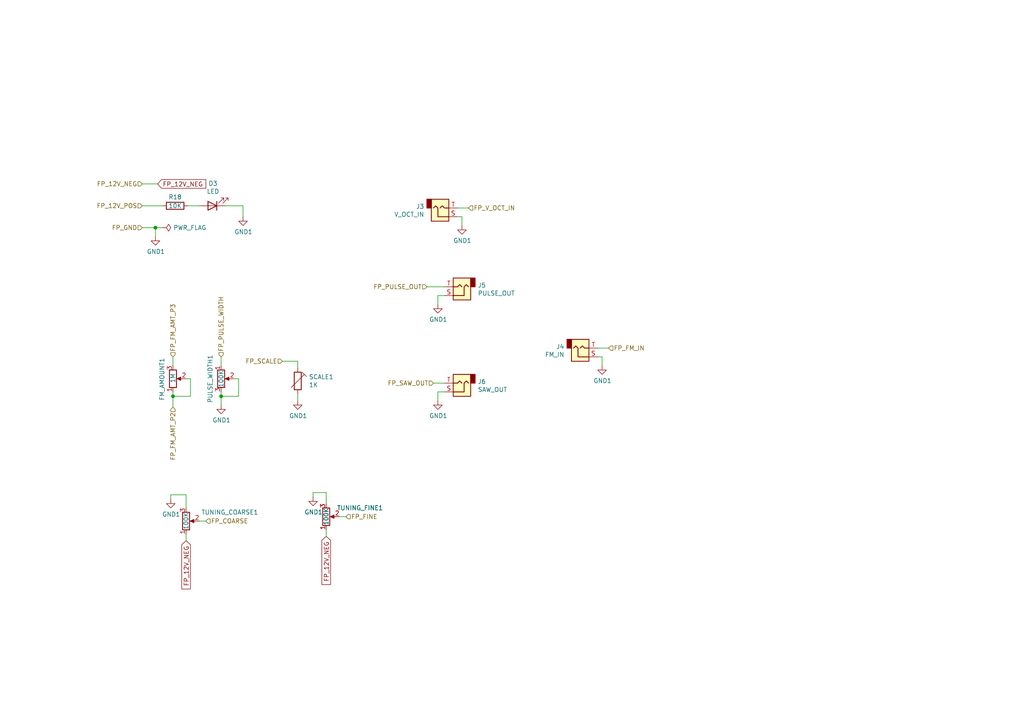
<source format=kicad_sch>
(kicad_sch (version 20231120) (generator "eeschema") (generator_version "8.0")
  (paper "A4")
  (lib_symbols
    (symbol "Connector:AudioJack2"
      (property "Reference" "J" (at 0 8.89 0))
      (property "Value" "AudioJack2" (at 0 6.35 0))
      (symbol "AudioJack2_0_1"
        (rectangle (start -3.81 0) (end -2.54 -2.54) (stroke (width 0.254)) (fill (type outline)))
        (rectangle (start -2.54 3.81) (end 2.54 -2.54) (stroke (width 0.254)) (fill (type background)))
        (polyline (pts (xy 0 0) (xy 0.635 -0.635) (xy 1.27 0) (xy 2.54 0)) (stroke (width 0.254)))
        (polyline (pts (xy 2.54 2.54) (xy -0.635 2.54) (xy -0.635 0) (xy -1.27 -0.635) (xy -1.905 0)) (stroke (width 0.254)))
      )
      (symbol "AudioJack2_1_1"
        (pin passive line (at 5.08 2.54 180) (length 2.54) (name "~") (number "S"))
        (pin passive line (at 5.08 0 180) (length 2.54) (name "~") (number "T"))
      )
    )
    (symbol "Device:LED" (pin_numbers hide) (pin_names (offset 1.016) hide)
      (property "Reference" "D" (at 0 2.54 0))
      (property "Value" "LED" (at 0 -2.54 0))
      (symbol "LED_0_1"
        (polyline (pts (xy -1.27 -1.27) (xy -1.27 1.27)) (stroke (width 0.254)))
        (polyline (pts (xy -1.27 0) (xy 1.27 0)))
        (polyline (pts (xy 1.27 -1.27) (xy 1.27 1.27) (xy -1.27 0) (xy 1.27 -1.27)) (stroke (width 0.254)))
        (polyline (pts (xy -3.048 -0.762) (xy -4.572 -2.286) (xy -3.81 -2.286) (xy -4.572 -2.286) (xy -4.572 -1.524)))
        (polyline (pts (xy -1.778 -0.762) (xy -3.302 -2.286) (xy -2.54 -2.286) (xy -3.302 -2.286) (xy -3.302 -1.524)))
      )
      (symbol "LED_1_1"
        (pin passive line (at -3.81 0 0) (length 2.54) (name "K") (number "1"))
        (pin passive line (at 3.81 0 180) (length 2.54) (name "A") (number "2"))
      )
    )
    (symbol "Device:R" (pin_numbers hide) (pin_names (offset 0))
      (property "Reference" "R" (at 2.032 0 90))
      (property "Value" "R" (at 0 0 90))
      (symbol "R_0_1"
        (rectangle (start -1.016 -2.54) (end 1.016 2.54) (stroke (width 0.254)))
      )
      (symbol "R_1_1"
        (pin passive line (at 0 3.81 270) (length 1.27) (name "~") (number "1"))
        (pin passive line (at 0 -3.81 90) (length 1.27) (name "~") (number "2"))
      )
    )
    (symbol "MiniOSC-rescue:RTRIM-Device" (pin_numbers hide) (pin_names (offset 0))
      (property "Reference" "R" (at 2.54 -2.54 90))
      (property "Value" "RTRIM-Device" (at -2.54 -0.635 90))
      (symbol "RTRIM-Device_0_1"
        (rectangle (start -1.016 -2.54) (end 1.016 2.54) (stroke (width 0.254)))
        (polyline (pts (xy -1.905 -1.905) (xy 1.905 1.905) (xy 2.54 1.27) (xy 1.27 2.54)))
      )
      (symbol "RTRIM-Device_1_1"
        (pin passive line (at 0 3.81 270) (length 1.27) (name "~") (number "1"))
        (pin passive line (at 0 -3.81 90) (length 1.27) (name "~") (number "2"))
      )
    )
    (symbol "MiniOSC-rescue:R_POT-Device" (pin_names (offset 1.016) hide)
      (property "Reference" "RV" (at -4.445 0 90))
      (property "Value" "R_POT-Device" (at -2.54 0 90))
      (symbol "R_POT-Device_0_1"
        (polyline (pts (xy 2.54 0) (xy 1.524 0)))
        (polyline (pts (xy 1.143 0) (xy 2.286 0.508) (xy 2.286 -0.508) (xy 1.143 0)) (fill (type outline)))
        (rectangle (start 1.016 2.54) (end -1.016 -2.54) (stroke (width 0.254)))
      )
      (symbol "R_POT-Device_1_1"
        (pin passive line (at 0 3.81 270) (length 1.27) (name "1") (number "1"))
        (pin passive line (at 3.81 0 180) (length 1.27) (name "2") (number "2"))
        (pin passive line (at 0 -3.81 90) (length 1.27) (name "3") (number "3"))
      )
    )
    (symbol "power:GND1" (power) (pin_names (offset 0))
      (property "Value" "GND1" (at 0 -3.81 0))
      (symbol "GND1_0_1"
        (polyline (pts (xy 0 0) (xy 0 -1.27) (xy 1.27 -1.27) (xy 0 -2.54) (xy -1.27 -1.27) (xy 0 -1.27)))
      )
      (symbol "GND1_1_1"
        (pin power_in line (at 0 0 270) (length 0) hide (name "GND1") (number "1"))
      )
    )
    (symbol "power:PWR_FLAG" (power) (pin_numbers hide) (pin_names (offset 0) hide)
      (property "Value" "PWR_FLAG" (at 0 3.81 0))
      (symbol "PWR_FLAG_0_0"
        (pin power_out line (at 0 0 90) (length 0) (name "pwr") (number "1"))
      )
      (symbol "PWR_FLAG_0_1"
        (polyline (pts (xy 0 0) (xy 0 1.27) (xy -1.016 1.905) (xy 0 2.54) (xy 1.016 1.905) (xy 0 1.27)))
      )
    )
  )
  (junction (at 64.135 114.935))
  (junction (at 45.085 66.04))
  (junction (at 50.165 114.935))
  (wire (pts (xy 94.615 153.67) (xy 94.615 155.575)))
  (wire (pts (xy 50.165 114.935) (xy 50.165 113.665)))
  (wire (pts (xy 132.715 60.325) (xy 135.89 60.325)))
  (wire (pts (xy 53.975 154.94) (xy 53.975 156.845)))
  (wire (pts (xy 123.825 83.185) (xy 128.905 83.185)))
  (wire (pts (xy 64.135 114.935) (xy 69.215 114.935)))
  (wire (pts (xy 49.53 143.51) (xy 49.53 144.78)))
  (wire (pts (xy 125.73 111.125) (xy 128.905 111.125)))
  (wire (pts (xy 128.905 85.725) (xy 127 85.725)))
  (wire (pts (xy 53.975 143.51) (xy 53.975 147.32)))
  (wire (pts (xy 50.165 103.505) (xy 50.165 106.045)))
  (wire (pts (xy 133.985 62.865) (xy 133.985 65.405)))
  (wire (pts (xy 46.99 66.04) (xy 45.085 66.04)))
  (wire (pts (xy 57.785 151.13) (xy 59.69 151.13)))
  (wire (pts (xy 53.975 109.855) (xy 55.245 109.855)))
  (wire (pts (xy 174.625 103.505) (xy 174.625 106.045)))
  (wire (pts (xy 69.215 109.855) (xy 67.945 109.855)))
  (wire (pts (xy 45.085 66.04) (xy 45.085 68.58)))
  (wire (pts (xy 173.355 103.505) (xy 174.625 103.505)))
  (wire (pts (xy 81.915 104.775) (xy 86.36 104.775)))
  (wire (pts (xy 55.245 109.855) (xy 55.245 114.935)))
  (wire (pts (xy 54.61 59.69) (xy 57.785 59.69)))
  (wire (pts (xy 64.135 103.505) (xy 64.135 106.045)))
  (wire (pts (xy 69.215 114.935) (xy 69.215 109.855)))
  (wire (pts (xy 94.615 142.875) (xy 90.805 142.875)))
  (wire (pts (xy 90.805 142.875) (xy 90.805 144.145)))
  (wire (pts (xy 65.405 59.69) (xy 70.485 59.69)))
  (wire (pts (xy 98.425 149.86) (xy 100.33 149.86)))
  (wire (pts (xy 127 85.725) (xy 127 88.265)))
  (wire (pts (xy 41.275 66.04) (xy 45.085 66.04)))
  (wire (pts (xy 64.135 113.665) (xy 64.135 114.935)))
  (wire (pts (xy 127 113.665) (xy 127 116.205)))
  (wire (pts (xy 86.36 104.775) (xy 86.36 106.68)))
  (wire (pts (xy 70.485 59.69) (xy 70.485 62.865)))
  (wire (pts (xy 50.165 118.11) (xy 50.165 114.935)))
  (wire (pts (xy 94.615 146.05) (xy 94.615 142.875)))
  (wire (pts (xy 41.275 53.34) (xy 45.72 53.34)))
  (wire (pts (xy 55.245 114.935) (xy 50.165 114.935)))
  (wire (pts (xy 132.715 62.865) (xy 133.985 62.865)))
  (wire (pts (xy 46.99 59.69) (xy 41.275 59.69)))
  (wire (pts (xy 173.355 100.965) (xy 176.53 100.965)))
  (wire (pts (xy 86.36 114.3) (xy 86.36 116.205)))
  (wire (pts (xy 49.53 143.51) (xy 53.975 143.51)))
  (wire (pts (xy 128.905 113.665) (xy 127 113.665)))
  (wire (pts (xy 64.135 114.935) (xy 64.135 117.475)))
  (global_label "FP_12V_NEG" (shape input) (at 53.975 156.845 270) (property "Intersheetrefs" "${INTERSHEET_REFS}" (effects (hide yes))))
  (global_label "FP_12V_NEG" (shape input) (at 45.72 53.34 0) (property "Intersheetrefs" "${INTERSHEET_REFS}" (effects (hide yes))))
  (global_label "FP_12V_NEG" (shape input) (at 94.615 155.575 270) (property "Intersheetrefs" "${INTERSHEET_REFS}" (effects (hide yes))))
  (hierarchical_label "FP_SAW_OUT" (shape input) (at 125.73 111.125 180))
  (hierarchical_label "FP_12V_POS" (shape input) (at 41.275 59.69 180))
  (hierarchical_label "FP_COARSE" (shape input) (at 59.69 151.13 0))
  (hierarchical_label "FP_PULSE_WIDTH" (shape input) (at 64.135 103.505 90))
  (hierarchical_label "FP_PULSE_OUT" (shape input) (at 123.825 83.185 180))
  (hierarchical_label "FP_12V_NEG" (shape input) (at 41.275 53.34 180))
  (hierarchical_label "FP_FM_AMT_P3" (shape input) (at 50.165 103.505 90))
  (hierarchical_label "FP_FINE" (shape input) (at 100.33 149.86 0))
  (hierarchical_label "FP_V_OCT_IN" (shape input) (at 135.89 60.325 0))
  (hierarchical_label "FP_GND" (shape input) (at 41.275 66.04 180))
  (hierarchical_label "FP_FM_AMT_P2" (shape input) (at 50.165 118.11 270))
  (hierarchical_label "FP_FM_IN" (shape input) (at 176.53 100.965 0))
  (hierarchical_label "FP_SCALE" (shape input) (at 81.915 104.775 180))
  (symbol (lib_id "MiniOSC-rescue:R_POT-Device") (at 94.615 149.86 0) (mirror x) (unit 1)
    (property "Reference" "TUNING_FINE1" (at 111.125 147.32 0) (effects (justify right)))
    (property "Value" "100K" (at 94.615 152.4 90) (effects (justify right)))
    (property "Footprint" "Potentiometer_THT:Potentiometer_Alpha_RD901F-40-00D_Single_Vertical" (effects (hide yes)))
  )
  (symbol (lib_id "MiniOSC-rescue:R_POT-Device") (at 53.975 151.13 0) (mirror x) (unit 1)
    (property "Reference" "TUNING_COARSE1" (at 74.93 148.59 0) (effects (justify right)))
    (property "Value" "100K" (at 53.975 153.67 90) (effects (justify right)))
    (property "Footprint" "Potentiometer_THT:Potentiometer_Alpha_RD901F-40-00D_Single_Vertical" (effects (hide yes)))
  )
  (symbol (lib_id "Connector:AudioJack2") (at 127.635 60.325 0) (mirror x) (unit 1)
    (property "Reference" "J3" (at 123.063 59.8932 0) (effects (justify right)))
    (property "Value" "V_OCT_IN" (at 123.063 62.2046 0) (effects (justify right)))
    (property "Footprint" "Connector_Audio:Jack_3.5mm_QingPu_WQP-PJ398SM_Vertical_CircularHoles" (effects (hide yes)))
  )
  (symbol (lib_id "Connector:AudioJack2") (at 168.275 100.965 0) (mirror x) (unit 1)
    (property "Reference" "J4" (at 163.703 100.5332 0) (effects (justify right)))
    (property "Value" "FM_IN" (at 163.703 102.8446 0) (effects (justify right)))
    (property "Footprint" "Connector_Audio:Jack_3.5mm_QingPu_WQP-PJ398SM_Vertical_CircularHoles" (effects (hide yes)))
  )
  (symbol (lib_id "MiniOSC-rescue:R_POT-Device") (at 50.165 109.855 0) (mirror x) (unit 1)
    (property "Reference" "FM_AMOUNT1" (at 46.99 116.205 90) (effects (justify right)))
    (property "Value" "1M" (at 50.165 111.125 90) (effects (justify right)))
    (property "Footprint" "Potentiometer_THT:Potentiometer_Alpha_RD901F-40-00D_Single_Vertical" (effects (hide yes)))
  )
  (symbol (lib_id "MiniOSC-rescue:R_POT-Device") (at 64.135 109.855 0) (unit 1)
    (property "Reference" "PULSE_WIDTH1" (at 60.96 102.87 90) (effects (justify right)))
    (property "Value" "100K" (at 64.135 107.315 90) (effects (justify right)))
    (property "Footprint" "Potentiometer_THT:Potentiometer_Alpha_RD901F-40-00D_Single_Vertical" (effects (hide yes)))
  )
  (symbol (lib_id "MiniOSC-rescue:RTRIM-Device") (at 86.36 110.49 0) (unit 1)
    (property "Reference" "SCALE1" (at 89.5858 109.3216 0) (effects (justify left)))
    (property "Value" "1K" (at 89.5858 111.633 0) (effects (justify left)))
    (property "Footprint" "Potentiometer_THT:Potentiometer_Bourns_3266Y_Vertical" (effects (hide yes)))
  )
  (symbol (lib_id "Connector:AudioJack2") (at 133.985 83.185 180) (unit 1)
    (property "Reference" "J5" (at 138.557 82.7532 0) (effects (justify right)))
    (property "Value" "PULSE_OUT" (at 138.557 85.0646 0) (effects (justify right)))
    (property "Footprint" "Connector_Audio:Jack_3.5mm_QingPu_WQP-PJ398SM_Vertical_CircularHoles" (effects (hide yes)))
  )
  (symbol (lib_id "Connector:AudioJack2") (at 133.985 111.125 180) (unit 1)
    (property "Reference" "J6" (at 138.557 110.6932 0) (effects (justify right)))
    (property "Value" "SAW_OUT" (at 138.557 113.0046 0) (effects (justify right)))
    (property "Footprint" "Connector_Audio:Jack_3.5mm_QingPu_WQP-PJ398SM_Vertical_CircularHoles" (effects (hide yes)))
  )
  (symbol (lib_id "Device:LED") (at 61.595 59.69 180) (unit 1)
    (property "Reference" "D3" (at 61.7728 53.213 0))
    (property "Value" "LED" (at 61.7728 55.5244 0))
    (property "Footprint" "LED_THT:LED_D3.0mm" (effects (hide yes)))
  )
  (symbol (lib_id "Device:R") (at 50.8 59.69 270) (unit 1)
    (property "Reference" "R18" (at 50.8 57.15 90))
    (property "Value" "10K" (at 50.8 59.69 90))
    (property "Footprint" "Resistor_THT:R_Axial_DIN0207_L6.3mm_D2.5mm_P7.62mm_Horizontal" (effects (hide yes)))
  )
  (symbol (lib_id "power:GND1") (at 45.085 68.58 0) (unit 1)
    (property "Reference" "#PWR07" (effects (hide yes)))
    (property "Value" "GND1" (at 45.212 72.9742 0))
  )
  (symbol (lib_id "power:GND1") (at 49.53 144.78 0) (unit 1)
    (property "Reference" "#PWR014" (effects (hide yes)))
    (property "Value" "GND1" (at 49.657 149.1742 0))
  )
  (symbol (lib_id "power:GND1") (at 90.805 144.145 0) (unit 1)
    (property "Reference" "#PWR018" (effects (hide yes)))
    (property "Value" "GND1" (at 90.932 148.5392 0))
  )
  (symbol (lib_id "power:GND1") (at 86.36 116.205 0) (unit 1)
    (property "Reference" "#PWR017" (effects (hide yes)))
    (property "Value" "GND1" (at 86.487 120.5992 0))
  )
  (symbol (lib_id "power:GND1") (at 64.135 117.475 0) (unit 1)
    (property "Reference" "#PWR015" (effects (hide yes)))
    (property "Value" "GND1" (at 64.262 121.8692 0))
  )
  (symbol (lib_id "power:GND1") (at 127 116.205 0) (unit 1)
    (property "Reference" "#PWR020" (effects (hide yes)))
    (property "Value" "GND1" (at 127.127 120.5992 0))
  )
  (symbol (lib_id "power:GND1") (at 127 88.265 0) (unit 1)
    (property "Reference" "#PWR019" (effects (hide yes)))
    (property "Value" "GND1" (at 127.127 92.6592 0))
  )
  (symbol (lib_id "power:GND1") (at 174.625 106.045 0) (unit 1)
    (property "Reference" "#PWR022" (effects (hide yes)))
    (property "Value" "GND1" (at 174.752 110.4392 0))
  )
  (symbol (lib_id "power:GND1") (at 133.985 65.405 0) (unit 1)
    (property "Reference" "#PWR021" (effects (hide yes)))
    (property "Value" "GND1" (at 134.112 69.7992 0))
  )
  (symbol (lib_id "power:GND1") (at 70.485 62.865 0) (unit 1)
    (property "Reference" "#PWR016" (effects (hide yes)))
    (property "Value" "GND1" (at 70.612 67.2592 0))
  )
  (symbol (lib_id "power:PWR_FLAG") (at 46.99 66.04 270) (unit 1)
    (property "Reference" "#FLG0101" (effects (hide yes)))
    (property "Value" "PWR_FLAG" (at 50.2412 66.04 90) (effects (justify left)))
  )
)
</source>
